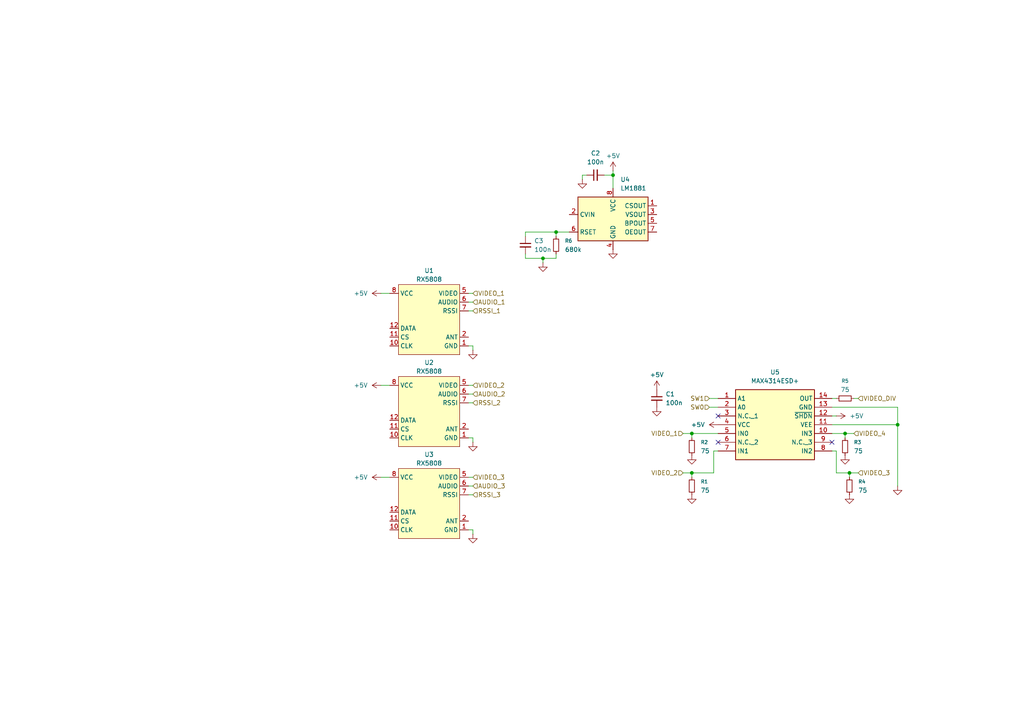
<source format=kicad_sch>
(kicad_sch (version 20250114) (generator "eeschema") (generator_version "9.0")
  (paper "A4")
  (lib_symbols
    (symbol "Analog_Video:RX5808"
      (property "Reference" "U" (at 0 13.97 0))
      (property "Value" "RX5808" (at 0 11.684 0))
      (symbol "RX5808_1_1"
        (rectangle (start -8.89 10.16) (end 8.89 -10.16) (fill (type background)))
        (pin power_in line (at -11.43 7.62 0) (length 2.54) (name "VCC") (number "8"))
        (pin input line (at -11.43 -2.54 0) (length 2.54) (name "DATA") (number "12"))
        (pin input line (at -11.43 -5.08 0) (length 2.54) (name "CS") (number "11"))
        (pin input line (at -11.43 -7.62 0) (length 2.54) (name "CLK") (number "10"))
        (pin output line (at 11.43 7.62 180) (length 2.54) (name "VIDEO") (number "5"))
        (pin output line (at 11.43 5.08 180) (length 2.54) (name "AUDIO") (number "6"))
        (pin output line (at 11.43 2.54 180) (length 2.54) (name "RSSI") (number "7"))
        (pin input line (at 11.43 -5.08 180) (length 2.54) (name "ANT") (number "2"))
        (pin power_out line (at 11.43 -7.62 180) (length 2.54) (name "GND") (number "1"))
        (pin power_out line (at 11.43 -7.62 180) (length 2.54) (hide yes) (name "GND") (number "3"))
        (pin power_out line (at 11.43 -7.62 180) (length 2.54) (hide yes) (name "GND") (number "4"))
        (pin power_out line (at 11.43 -7.62 180) (length 2.54) (hide yes) (name "GND") (number "9"))
      )
    )
    (symbol "Device:C_Small" (pin_numbers (hide yes)) (pin_names (offset 0.254) (hide yes))
      (property "Reference" "C" (at 0.254 1.778 0))
      (property "Value" "C_Small" (at 0.254 -2.032 0))
      (symbol "C_Small_0_1"
        (polyline (pts (xy -1.524 0.508) (xy 1.524 0.508)) (stroke (width 0.3048)))
        (polyline (pts (xy -1.524 -0.508) (xy 1.524 -0.508)) (stroke (width 0.3302)))
      )
      (symbol "C_Small_1_1"
        (pin passive line (at 0 2.54 270) (length 2.032) (name "~") (number "1"))
        (pin passive line (at 0 -2.54 90) (length 2.032) (name "~") (number "2"))
      )
    )
    (symbol "Device:R_Small" (pin_numbers (hide yes)) (pin_names (offset 0.254) (hide yes))
      (property "Reference" "R" (at 0 0 90))
      (property "Value" "R_Small" (at 1.778 0 90))
      (symbol "R_Small_0_1"
        (rectangle (start -0.762 1.778) (end 0.762 -1.778) (stroke (width 0.2032)))
      )
      (symbol "R_Small_1_1"
        (pin passive line (at 0 2.54 270) (length 0.762) (name "~") (number "1"))
        (pin passive line (at 0 -2.54 90) (length 0.762) (name "~") (number "2"))
      )
    )
    (symbol "SamacSys_Parts:MAX4314ESD+"
      (property "Reference" "IC" (at 29.21 7.62 0))
      (property "Value" "MAX4314ESD+" (at 29.21 5.08 0))
      (symbol "MAX4314ESD+_1_1"
        (rectangle (start 5.08 2.54) (end 27.94 -17.78) (stroke (width 0.254)) (fill (type background)))
        (pin passive line (at 0 0 0) (length 5.08) (name "A1") (number "1"))
        (pin passive line (at 0 -2.54 0) (length 5.08) (name "A0") (number "2"))
        (pin passive line (at 0 -5.08 0) (length 5.08) (name "N.C._1") (number "3"))
        (pin passive line (at 0 -7.62 0) (length 5.08) (name "VCC") (number "4"))
        (pin passive line (at 0 -10.16 0) (length 5.08) (name "IN0") (number "5"))
        (pin passive line (at 0 -12.7 0) (length 5.08) (name "N.C._2") (number "6"))
        (pin passive line (at 0 -15.24 0) (length 5.08) (name "IN1") (number "7"))
        (pin passive line (at 33.02 0 180) (length 5.08) (name "OUT") (number "14"))
        (pin passive line (at 33.02 -2.54 180) (length 5.08) (name "GND") (number "13"))
        (pin passive line (at 33.02 -5.08 180) (length 5.08) (name "~{SHDN}") (number "12"))
        (pin passive line (at 33.02 -7.62 180) (length 5.08) (name "VEE") (number "11"))
        (pin passive line (at 33.02 -10.16 180) (length 5.08) (name "IN3") (number "10"))
        (pin passive line (at 33.02 -12.7 180) (length 5.08) (name "N.C._3") (number "9"))
        (pin passive line (at 33.02 -15.24 180) (length 5.08) (name "IN2") (number "8"))
      )
    )
    (symbol "Video:LM1881"
      (property "Reference" "U" (at -8.89 8.89 0))
      (property "Value" "LM1881" (at 6.35 8.89 0))
      (symbol "LM1881_0_1"
        (rectangle (start -10.16 7.62) (end 10.16 -5.08) (stroke (width 0.254)) (fill (type background)))
      )
      (symbol "LM1881_1_1"
        (pin input line (at -12.7 2.54 0) (length 2.54) (name "CVIN") (number "2"))
        (pin input line (at -12.7 -2.54 0) (length 2.54) (name "RSET") (number "6"))
        (pin power_in line (at 0 10.16 270) (length 2.54) (name "VCC") (number "8"))
        (pin power_in line (at 0 -7.62 90) (length 2.54) (name "GND") (number "4"))
        (pin output line (at 12.7 5.08 180) (length 2.54) (name "CSOUT") (number "1"))
        (pin output line (at 12.7 2.54 180) (length 2.54) (name "VSOUT") (number "3"))
        (pin output line (at 12.7 0 180) (length 2.54) (name "BPOUT") (number "5"))
        (pin output line (at 12.7 -2.54 180) (length 2.54) (name "OEOUT") (number "7"))
      )
    )
    (symbol "power:+5V" (power) (pin_numbers (hide yes)) (pin_names (offset 0) (hide yes))
      (property "Value" "+5V" (at 0 3.556 0))
      (symbol "+5V_0_1"
        (polyline (pts (xy -0.762 1.27) (xy 0 2.54)))
        (polyline (pts (xy 0 2.54) (xy 0.762 1.27)))
        (polyline (pts (xy 0 0) (xy 0 2.54)))
      )
      (symbol "+5V_1_1"
        (pin power_in line (at 0 0 90) (length 0) (name "~") (number "1"))
      )
    )
    (symbol "power:GND" (power) (pin_numbers (hide yes)) (pin_names (offset 0) (hide yes))
      (property "Value" "GND" (at 0 -3.81 0))
      (symbol "GND_0_1"
        (polyline (pts (xy 0 0) (xy 0 -1.27) (xy 1.27 -1.27) (xy 0 -2.54) (xy -1.27 -1.27) (xy 0 -1.27)))
      )
      (symbol "GND_1_1"
        (pin power_in line (at 0 0 270) (length 0) (name "~") (number "1"))
      )
    )
  )
  (junction (at 200.66 125.73))
  (junction (at 177.8 50.8))
  (junction (at 161.29 67.31))
  (junction (at 245.11 125.73))
  (junction (at 157.48 74.93))
  (junction (at 260.35 123.19))
  (junction (at 200.66 137.16))
  (junction (at 246.38 137.16))
  (no_connect (at 208.28 120.65))
  (no_connect (at 208.28 128.27))
  (no_connect (at 241.3 128.27))
  (wire (pts (xy 137.16 140.97) (xy 135.89 140.97)))
  (wire (pts (xy 110.49 111.76) (xy 113.03 111.76)))
  (wire (pts (xy 168.91 52.07) (xy 168.91 50.8)))
  (wire (pts (xy 207.01 137.16) (xy 207.01 130.81)))
  (wire (pts (xy 241.3 125.73) (xy 245.11 125.73)))
  (wire (pts (xy 205.74 118.11) (xy 208.28 118.11)))
  (wire (pts (xy 152.4 74.93) (xy 157.48 74.93)))
  (wire (pts (xy 110.49 85.09) (xy 113.03 85.09)))
  (wire (pts (xy 137.16 143.51) (xy 135.89 143.51)))
  (wire (pts (xy 200.66 138.43) (xy 200.66 137.16)))
  (wire (pts (xy 205.74 115.57) (xy 208.28 115.57)))
  (wire (pts (xy 152.4 68.58) (xy 152.4 67.31)))
  (wire (pts (xy 248.92 115.57) (xy 247.65 115.57)))
  (wire (pts (xy 245.11 125.73) (xy 247.65 125.73)))
  (wire (pts (xy 157.48 74.93) (xy 161.29 74.93)))
  (wire (pts (xy 242.57 120.65) (xy 241.3 120.65)))
  (wire (pts (xy 135.89 100.33) (xy 137.16 100.33)))
  (wire (pts (xy 177.8 49.53) (xy 177.8 50.8)))
  (wire (pts (xy 242.57 137.16) (xy 246.38 137.16)))
  (wire (pts (xy 137.16 111.76) (xy 135.89 111.76)))
  (wire (pts (xy 161.29 74.93) (xy 161.29 73.66)))
  (wire (pts (xy 137.16 85.09) (xy 135.89 85.09)))
  (wire (pts (xy 246.38 137.16) (xy 246.38 138.43)))
  (wire (pts (xy 200.66 125.73) (xy 208.28 125.73)))
  (wire (pts (xy 241.3 118.11) (xy 260.35 118.11)))
  (wire (pts (xy 137.16 153.67) (xy 135.89 153.67)))
  (wire (pts (xy 137.16 116.84) (xy 135.89 116.84)))
  (wire (pts (xy 260.35 123.19) (xy 260.35 140.97)))
  (wire (pts (xy 207.01 130.81) (xy 208.28 130.81)))
  (wire (pts (xy 137.16 100.33) (xy 137.16 101.6)))
  (wire (pts (xy 200.66 127) (xy 200.66 125.73)))
  (wire (pts (xy 157.48 76.2) (xy 157.48 74.93)))
  (wire (pts (xy 242.57 130.81) (xy 241.3 130.81)))
  (wire (pts (xy 177.8 50.8) (xy 177.8 54.61)))
  (wire (pts (xy 161.29 67.31) (xy 165.1 67.31)))
  (wire (pts (xy 137.16 128.27) (xy 137.16 127)))
  (wire (pts (xy 161.29 68.58) (xy 161.29 67.31)))
  (wire (pts (xy 110.49 138.43) (xy 113.03 138.43)))
  (wire (pts (xy 137.16 87.63) (xy 135.89 87.63)))
  (wire (pts (xy 242.57 130.81) (xy 242.57 137.16)))
  (wire (pts (xy 137.16 114.3) (xy 135.89 114.3)))
  (wire (pts (xy 198.12 137.16) (xy 200.66 137.16)))
  (wire (pts (xy 241.3 123.19) (xy 260.35 123.19)))
  (wire (pts (xy 152.4 67.31) (xy 161.29 67.31)))
  (wire (pts (xy 137.16 90.17) (xy 135.89 90.17)))
  (wire (pts (xy 200.66 137.16) (xy 207.01 137.16)))
  (wire (pts (xy 246.38 137.16) (xy 248.92 137.16)))
  (wire (pts (xy 152.4 73.66) (xy 152.4 74.93)))
  (wire (pts (xy 245.11 125.73) (xy 245.11 127)))
  (wire (pts (xy 137.16 154.94) (xy 137.16 153.67)))
  (wire (pts (xy 175.26 50.8) (xy 177.8 50.8)))
  (wire (pts (xy 260.35 118.11) (xy 260.35 123.19)))
  (wire (pts (xy 137.16 138.43) (xy 135.89 138.43)))
  (wire (pts (xy 137.16 127) (xy 135.89 127)))
  (wire (pts (xy 241.3 115.57) (xy 242.57 115.57)))
  (wire (pts (xy 198.12 125.73) (xy 200.66 125.73)))
  (wire (pts (xy 168.91 50.8) (xy 170.18 50.8)))
  (hierarchical_label "SW0" (shape input) (at 205.74 118.11 180))
  (hierarchical_label "VIDEO_3" (shape input) (at 137.16 138.43 0))
  (hierarchical_label "RSSI_1" (shape input) (at 137.16 90.17 0))
  (hierarchical_label "VIDEO_4" (shape input) (at 247.65 125.73 0))
  (hierarchical_label "VIDEO_DIV" (shape input) (at 248.92 115.57 0))
  (hierarchical_label "VIDEO_1" (shape input) (at 137.16 85.09 0))
  (hierarchical_label "RSSI_2" (shape input) (at 137.16 116.84 0))
  (hierarchical_label "SW1" (shape input) (at 205.74 115.57 180))
  (hierarchical_label "AUDIO_3" (shape input) (at 137.16 140.97 0))
  (hierarchical_label "AUDIO_2" (shape input) (at 137.16 114.3 0))
  (hierarchical_label "VIDEO_2" (shape input) (at 137.16 111.76 0))
  (hierarchical_label "VIDEO_1" (shape input) (at 198.12 125.73 180))
  (hierarchical_label "VIDEO_3" (shape input) (at 248.92 137.16 0))
  (hierarchical_label "VIDEO_2" (shape input) (at 198.12 137.16 180))
  (hierarchical_label "AUDIO_1" (shape input) (at 137.16 87.63 0))
  (hierarchical_label "RSSI_3" (shape input) (at 137.16 143.51 0))
  (symbol (lib_id "Device:R_Small") (at 246.38 140.97 0) (unit 1)
    (property "Reference" "R4" (at 248.92 139.6999 0) (effects (font (size 1.016 1.016)) (justify left)))
    (property "Value" "75" (at 248.92 142.2399 0) (effects (justify left)))
    (property "Footprint" "Resistor_SMD:R_0603_1608Metric_Pad0.98x0.95mm_HandSolder" (effects (hide yes)))
    (property "Description" "Resistor, small symbol" (effects (hide yes)))
    (property "MFR" "603-RT0603FRE0775RL" (effects (hide yes)))
  )
  (symbol (lib_id "power:GND") (at 246.38 143.51 0) (unit 1)
    (property "Reference" "#PWRe05" (effects (hide yes)))
    (property "Value" "GND" (effects (hide yes)))
    (property "Description" "Power symbol creates a global label with name \"GND\" , ground" (effects (hide yes)))
  )
  (symbol (lib_id "Device:C_Small") (at 172.72 50.8 90) (unit 1)
    (property "Reference" "C2" (at 172.7263 44.45 90))
    (property "Value" "100n" (at 172.7263 46.99 90))
    (property "Footprint" "Capacitor_SMD:C_0603_1608Metric_Pad1.08x0.95mm_HandSolder" (effects (hide yes)))
    (property "Description" "Unpolarized capacitor, small symbol" (effects (hide yes)))
  )
  (symbol (lib_id "power:GND") (at 200.66 132.08 0) (unit 1)
    (property "Reference" "#PWRe03" (effects (hide yes)))
    (property "Value" "GND" (effects (hide yes)))
    (property "Description" "Power symbol creates a global label with name \"GND\" , ground" (effects (hide yes)))
  )
  (symbol (lib_id "Device:C_Small") (at 190.5 115.57 0) (unit 1)
    (property "Reference" "C1" (at 193.04 114.3062 0) (effects (justify left)))
    (property "Value" "100n" (at 193.04 116.8462 0) (effects (justify left)))
    (property "Footprint" "Capacitor_SMD:C_0603_1608Metric_Pad1.08x0.95mm_HandSolder" (effects (hide yes)))
    (property "Description" "Unpolarized capacitor, small symbol" (effects (hide yes)))
  )
  (symbol (lib_id "power:+5V") (at 110.49 138.43 90) (unit 1)
    (property "Reference" "#PWR06" (effects (hide yes)))
    (property "Value" "+5V" (at 106.68 138.4299 90) (effects (justify left)))
    (property "Description" "Power symbol creates a global label with name \"+5V\"" (effects (hide yes)))
  )
  (symbol (lib_id "Analog_Video:RX5808") (at 124.46 92.71 0) (unit 1)
    (property "Reference" "U1" (at 124.46 78.486 0))
    (property "Value" "RX5808" (at 124.46 81.026 0))
    (property "Footprint" "Analog_Video:RX5808" (effects (hide yes)))
  )
  (symbol (lib_id "power:GND") (at 190.5 118.11 0) (unit 1)
    (property "Reference" "#PWRe07" (effects (hide yes)))
    (property "Value" "GND" (effects (hide yes)))
    (property "Description" "Power symbol creates a global label with name \"GND\" , ground" (effects (hide yes)))
  )
  (symbol (lib_id "power:+5V") (at 190.5 113.03 0) (unit 1)
    (property "Reference" "#PWR05" (effects (hide yes)))
    (property "Value" "+5V" (at 190.5 108.712 0))
    (property "Description" "Power symbol creates a global label with name \"+5V\"" (effects (hide yes)))
  )
  (symbol (lib_id "Device:R_Small") (at 245.11 115.57 90) (unit 1)
    (property "Reference" "R5" (at 245.11 110.49 90) (effects (font (size 1.016 1.016))))
    (property "Value" "75" (at 245.11 113.03 90))
    (property "Footprint" "Resistor_SMD:R_0603_1608Metric_Pad0.98x0.95mm_HandSolder" (effects (hide yes)))
    (property "Description" "Resistor, small symbol" (effects (hide yes)))
    (property "MFR" "603-RT0603FRE0775RL" (effects (hide yes)))
  )
  (symbol (lib_id "power:GND") (at 168.91 52.07 0) (unit 1)
    (property "Reference" "#PWRe09" (effects (hide yes)))
    (property "Value" "GND" (effects (hide yes)))
    (property "Description" "Power symbol creates a global label with name \"GND\" , ground" (effects (hide yes)))
  )
  (symbol (lib_id "Device:C_Small") (at 152.4 71.12 0) (unit 1)
    (property "Reference" "C3" (at 154.94 69.8562 0) (effects (justify left)))
    (property "Value" "100n" (at 154.94 72.3962 0) (effects (justify left)))
    (property "Footprint" "Capacitor_SMD:C_0603_1608Metric_Pad1.08x0.95mm_HandSolder" (effects (hide yes)))
    (property "Description" "Unpolarized capacitor, small symbol" (effects (hide yes)))
  )
  (symbol (lib_id "power:GND") (at 260.35 140.97 0) (unit 1)
    (property "Reference" "#PWRe06" (effects (hide yes)))
    (property "Value" "GND" (effects (hide yes)))
    (property "Description" "Power symbol creates a global label with name \"GND\" , ground" (effects (hide yes)))
  )
  (symbol (lib_id "power:GND") (at 245.11 132.08 0) (unit 1)
    (property "Reference" "#PWRe04" (effects (hide yes)))
    (property "Value" "GND" (effects (hide yes)))
    (property "Description" "Power symbol creates a global label with name \"GND\" , ground" (effects (hide yes)))
  )
  (symbol (lib_id "power:GND") (at 200.66 143.51 0) (unit 1)
    (property "Reference" "#PWRe02" (effects (hide yes)))
    (property "Value" "GND" (effects (hide yes)))
    (property "Description" "Power symbol creates a global label with name \"GND\" , ground" (effects (hide yes)))
  )
  (symbol (lib_id "power:+5V") (at 110.49 111.76 90) (unit 1)
    (property "Reference" "#PWR02" (effects (hide yes)))
    (property "Value" "+5V" (at 106.68 111.7599 90) (effects (justify left)))
    (property "Description" "Power symbol creates a global label with name \"+5V\"" (effects (hide yes)))
  )
  (symbol (lib_id "power:+5V") (at 110.49 85.09 90) (unit 1)
    (property "Reference" "#PWR01" (effects (hide yes)))
    (property "Value" "+5V" (at 106.68 85.0899 90) (effects (justify left)))
    (property "Description" "Power symbol creates a global label with name \"+5V\"" (effects (hide yes)))
  )
  (symbol (lib_id "power:GND") (at 177.8 72.39 0) (unit 1)
    (property "Reference" "#PWRe010" (effects (hide yes)))
    (property "Value" "GND" (effects (hide yes)))
    (property "Description" "Power symbol creates a global label with name \"GND\" , ground" (effects (hide yes)))
  )
  (symbol (lib_id "Analog_Video:RX5808") (at 124.46 119.38 0) (unit 1)
    (property "Reference" "U2" (at 124.46 105.156 0))
    (property "Value" "RX5808" (at 124.46 107.696 0))
    (property "Footprint" "Analog_Video:RX5808" (effects (hide yes)))
  )
  (symbol (lib_id "Device:R_Small") (at 200.66 129.54 0) (unit 1)
    (property "Reference" "R2" (at 203.2 128.2699 0) (effects (font (size 1.016 1.016)) (justify left)))
    (property "Value" "75" (at 203.2 130.8099 0) (effects (justify left)))
    (property "Footprint" "Resistor_SMD:R_0603_1608Metric_Pad0.98x0.95mm_HandSolder" (effects (hide yes)))
    (property "Description" "Resistor, small symbol" (effects (hide yes)))
    (property "MFR" "603-RT0603FRE0775RL" (effects (hide yes)))
  )
  (symbol (lib_id "Device:R_Small") (at 200.66 140.97 0) (unit 1)
    (property "Reference" "R1" (at 203.2 139.6999 0) (effects (font (size 1.016 1.016)) (justify left)))
    (property "Value" "75" (at 203.2 142.2399 0) (effects (justify left)))
    (property "Footprint" "Resistor_SMD:R_0603_1608Metric_Pad0.98x0.95mm_HandSolder" (effects (hide yes)))
    (property "Description" "Resistor, small symbol" (effects (hide yes)))
    (property "MFR" "603-RT0603FRE0775RL" (effects (hide yes)))
  )
  (symbol (lib_id "power:GND") (at 137.16 154.94 0) (unit 1)
    (property "Reference" "#PWRe08" (effects (hide yes)))
    (property "Value" "GND" (effects (hide yes)))
    (property "Description" "Power symbol creates a global label with name \"GND\" , ground" (effects (hide yes)))
  )
  (symbol (lib_id "power:GND") (at 157.48 76.2 0) (unit 1)
    (property "Reference" "#PWRe011" (effects (hide yes)))
    (property "Value" "GND" (effects (hide yes)))
    (property "Description" "Power symbol creates a global label with name \"GND\" , ground" (effects (hide yes)))
  )
  (symbol (lib_id "SamacSys_Parts:MAX4314ESD+") (at 208.28 115.57 0) (unit 1)
    (property "Reference" "U5" (at 224.79 107.95 0))
    (property "Value" "MAX4314ESD+" (at 224.79 110.49 0))
    (property "Footprint" "SamacSys_Parts:SOIC127P600X175-14N" (effects (hide yes)))
    (property "Datasheet" "https://componentsearchengine.com/Datasheets/1/MAX4314ESD+.pdf" (effects (hide yes)))
    (property "Description" "MAX4314ESD+, Video Switch 14-Pin SOIC" (effects (hide yes)))
    (property "Height" "1.75" (effects (hide yes)))
    (property "Mouser Part Number" "700-MAX4314ESD" (effects (hide yes)))
    (property "Mouser Price/Stock" "https://www.mouser.com/Search/Refine.aspx?Keyword=700-MAX4314ESD" (effects (hide yes)))
    (property "Manufacturer_Name" "Analog Devices" (effects (hide yes)))
    (property "Manufacturer_Part_Number" "MAX4314ESD+" (effects (hide yes)))
  )
  (symbol (lib_id "power:GND") (at 137.16 101.6 0) (unit 1)
    (property "Reference" "#PWRe01" (effects (hide yes)))
    (property "Value" "GND" (effects (hide yes)))
    (property "Description" "Power symbol creates a global label with name \"GND\" , ground" (effects (hide yes)))
  )
  (symbol (lib_id "Analog_Video:RX5808") (at 124.46 146.05 0) (unit 1)
    (property "Reference" "U3" (at 124.46 131.826 0))
    (property "Value" "RX5808" (at 124.46 134.366 0))
    (property "Footprint" "Analog_Video:RX5808" (effects (hide yes)))
  )
  (symbol (lib_id "power:+5V") (at 177.8 49.53 0) (unit 1)
    (property "Reference" "#PWR07" (effects (hide yes)))
    (property "Value" "+5V" (at 177.8 45.212 0))
    (property "Description" "Power symbol creates a global label with name \"+5V\"" (effects (hide yes)))
  )
  (symbol (lib_id "power:GND") (at 137.16 128.27 0) (unit 1)
    (property "Reference" "#PWRe" (effects (hide yes)))
    (property "Value" "GND" (effects (hide yes)))
    (property "Description" "Power symbol creates a global label with name \"GND\" , ground" (effects (hide yes)))
  )
  (symbol (lib_id "Device:R_Small") (at 245.11 129.54 0) (unit 1)
    (property "Reference" "R3" (at 247.65 128.2699 0) (effects (font (size 1.016 1.016)) (justify left)))
    (property "Value" "75" (at 247.65 130.8099 0) (effects (justify left)))
    (property "Footprint" "Resistor_SMD:R_0603_1608Metric_Pad0.98x0.95mm_HandSolder" (effects (hide yes)))
    (property "Description" "Resistor, small symbol" (effects (hide yes)))
    (property "MFR" "603-RT0603FRE0775RL" (effects (hide yes)))
  )
  (symbol (lib_id "power:+5V") (at 208.28 123.19 90) (unit 1)
    (property "Reference" "#PWR04" (effects (hide yes)))
    (property "Value" "+5V" (at 204.47 123.1899 90) (effects (justify left)))
    (property "Description" "Power symbol creates a global label with name \"+5V\"" (effects (hide yes)))
  )
  (symbol (lib_id "power:+5V") (at 242.57 120.65 270) (unit 1)
    (property "Reference" "#PWR03" (effects (hide yes)))
    (property "Value" "+5V" (at 246.38 120.6499 90) (effects (justify left)))
    (property "Description" "Power symbol creates a global label with name \"+5V\"" (effects (hide yes)))
  )
  (symbol (lib_id "Video:LM1881") (at 177.8 64.77 0) (unit 1)
    (property "Reference" "U4" (at 179.9433 52.07 0) (effects (justify left)))
    (property "Value" "LM1881" (at 179.9433 54.61 0) (effects (justify left)))
    (property "Footprint" "Package_SO:SOIC-8_3.9x4.9mm_P1.27mm" (effects (hide yes)))
    (property "Datasheet" "https://www.ti.com/lit/ds/symlink/lm1881.pdf" (effects (hide yes)))
    (property "Description" "Video Sync Separator, composite sync and vertical sync outputs, DIP-8 / SOIC-8" (effects (hide yes)))
  )
  (symbol (lib_id "Device:R_Small") (at 161.29 71.12 0) (unit 1)
    (property "Reference" "R6" (at 163.83 69.8499 0) (effects (font (size 1.016 1.016)) (justify left)))
    (property "Value" "680k" (at 163.83 72.3899 0) (effects (justify left)))
    (property "Footprint" "Resistor_SMD:R_0603_1608Metric_Pad0.98x0.95mm_HandSolder" (effects (hide yes)))
    (property "Description" "Resistor, small symbol" (effects (hide yes)))
  )
)
</source>
